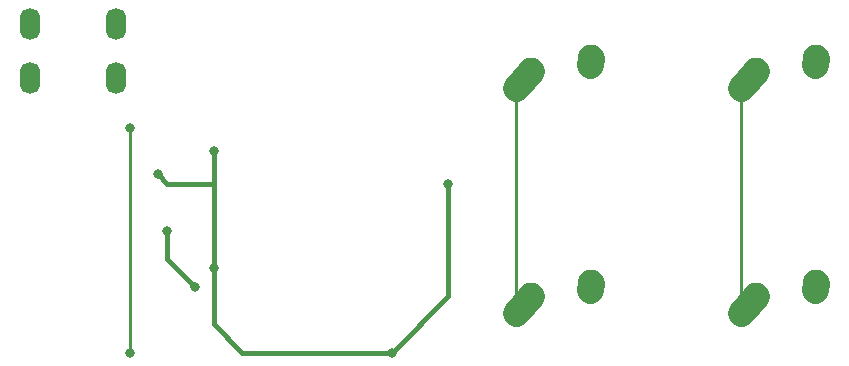
<source format=gbr>
G04 #@! TF.GenerationSoftware,KiCad,Pcbnew,(5.1.4)-1*
G04 #@! TF.CreationDate,2022-05-22T19:09:44+08:00*
G04 #@! TF.ProjectId,keyboard-pcb-tutorial,6b657962-6f61-4726-942d-7063622d7475,rev?*
G04 #@! TF.SameCoordinates,Original*
G04 #@! TF.FileFunction,Copper,L1,Top*
G04 #@! TF.FilePolarity,Positive*
%FSLAX46Y46*%
G04 Gerber Fmt 4.6, Leading zero omitted, Abs format (unit mm)*
G04 Created by KiCad (PCBNEW (5.1.4)-1) date 2022-05-22 19:09:44*
%MOMM*%
%LPD*%
G04 APERTURE LIST*
%ADD10C,2.250000*%
%ADD11C,2.250000*%
%ADD12O,1.700000X2.700000*%
%ADD13C,0.800000*%
%ADD14C,0.381000*%
%ADD15C,0.254000*%
G04 APERTURE END LIST*
D10*
X137200000Y-107125000D03*
X136545001Y-107855000D03*
D11*
X135890000Y-108585000D02*
X137200002Y-107125000D01*
D10*
X142240000Y-106045000D03*
X142220000Y-106335000D03*
D11*
X142200000Y-106625000D02*
X142240000Y-106045000D01*
D12*
X94775000Y-84137500D03*
X102075000Y-84137500D03*
X102075000Y-88637500D03*
X94775000Y-88637500D03*
D10*
X156250000Y-107125000D03*
X155595001Y-107855000D03*
D11*
X154940000Y-108585000D02*
X156250002Y-107125000D01*
D10*
X161290000Y-106045000D03*
X161270000Y-106335000D03*
D11*
X161250000Y-106625000D02*
X161290000Y-106045000D01*
D10*
X156250000Y-88075000D03*
X155595001Y-88805000D03*
D11*
X154940000Y-89535000D02*
X156250002Y-88075000D01*
D10*
X161290000Y-86995000D03*
X161270000Y-87285000D03*
D11*
X161250000Y-87575000D02*
X161290000Y-86995000D01*
D10*
X137200000Y-88075000D03*
X136545001Y-88805000D03*
D11*
X135890000Y-89535000D02*
X137200002Y-88075000D01*
D10*
X142240000Y-86995000D03*
X142220000Y-87285000D03*
D11*
X142200000Y-87575000D02*
X142240000Y-86995000D01*
D13*
X106362500Y-101600000D03*
X108743750Y-106362500D03*
X125412500Y-111918750D03*
X130175000Y-97631250D03*
X110331250Y-104775000D03*
X105568750Y-96837500D03*
X110331250Y-94846260D03*
X103187500Y-111918750D03*
X103187500Y-92868750D03*
D14*
X106362500Y-101600000D02*
X106362500Y-103981250D01*
X106362500Y-103981250D02*
X108743750Y-106362500D01*
X125412500Y-111918750D02*
X130175000Y-107156250D01*
X130175000Y-107156250D02*
X130175000Y-97631250D01*
X110331250Y-104775000D02*
X110331250Y-109537500D01*
X112712500Y-111918750D02*
X125412500Y-111918750D01*
X110331250Y-109537500D02*
X112712500Y-111918750D01*
X106362500Y-97631250D02*
X110331250Y-97631250D01*
X105568750Y-96837500D02*
X106362500Y-97631250D01*
X110331250Y-97631250D02*
X110331250Y-104775000D01*
X110331250Y-97631250D02*
X110331250Y-94846260D01*
D15*
X135890000Y-105815000D02*
X135890000Y-108585000D01*
X135890000Y-89535000D02*
X135890000Y-105815000D01*
X154940000Y-108585000D02*
X154940000Y-89535000D01*
X103187500Y-111918750D02*
X103187500Y-92868750D01*
M02*

</source>
